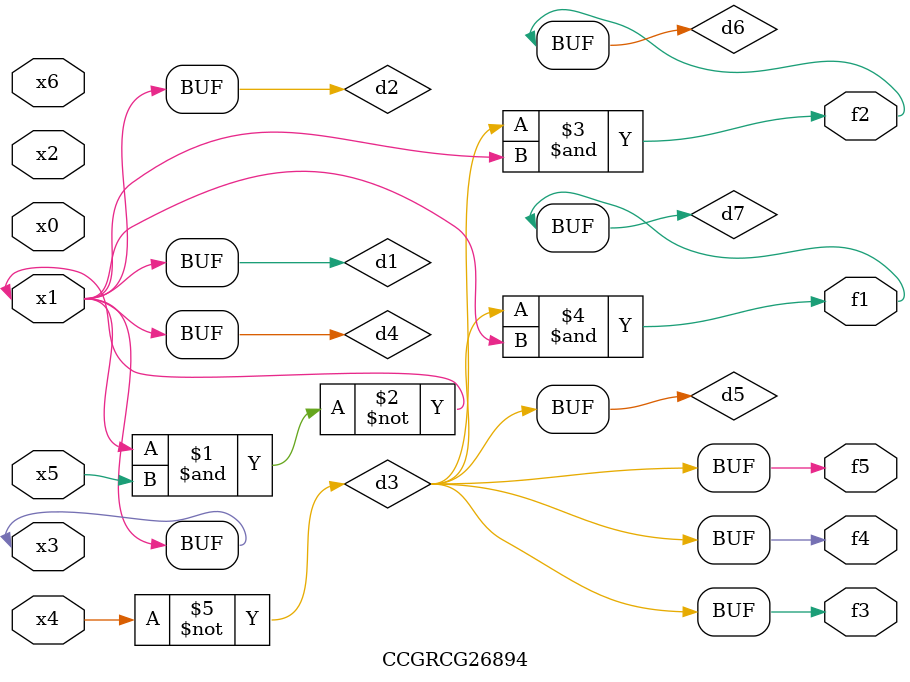
<source format=v>
module CCGRCG26894(
	input x0, x1, x2, x3, x4, x5, x6,
	output f1, f2, f3, f4, f5
);

	wire d1, d2, d3, d4, d5, d6, d7;

	buf (d1, x1, x3);
	nand (d2, x1, x5);
	not (d3, x4);
	buf (d4, d1, d2);
	buf (d5, d3);
	and (d6, d3, d4);
	and (d7, d3, d4);
	assign f1 = d7;
	assign f2 = d6;
	assign f3 = d5;
	assign f4 = d5;
	assign f5 = d5;
endmodule

</source>
